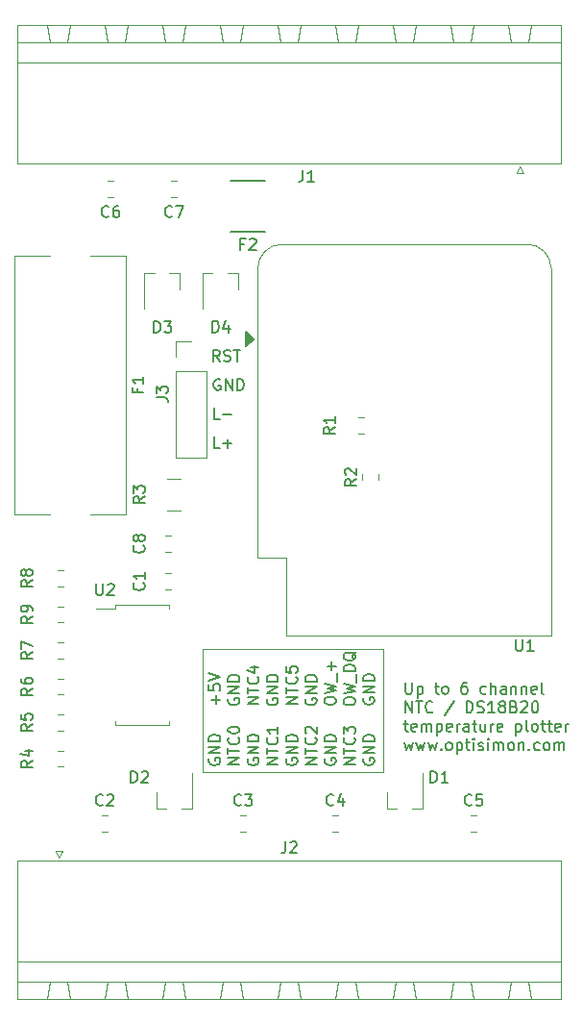
<source format=gbr>
G04 #@! TF.GenerationSoftware,KiCad,Pcbnew,5.1.5-52549c5~84~ubuntu18.04.1*
G04 #@! TF.CreationDate,2019-12-06T09:50:21+01:00*
G04 #@! TF.ProjectId,esp8266_temperature_iot,65737038-3236-4365-9f74-656d70657261,rev?*
G04 #@! TF.SameCoordinates,Original*
G04 #@! TF.FileFunction,Legend,Top*
G04 #@! TF.FilePolarity,Positive*
%FSLAX46Y46*%
G04 Gerber Fmt 4.6, Leading zero omitted, Abs format (unit mm)*
G04 Created by KiCad (PCBNEW 5.1.5-52549c5~84~ubuntu18.04.1) date 2019-12-06 09:50:21*
%MOMM*%
%LPD*%
G04 APERTURE LIST*
%ADD10C,0.120000*%
%ADD11C,0.150000*%
%ADD12C,0.200000*%
G04 APERTURE END LIST*
D10*
X68580000Y-139065000D02*
X68580000Y-149860000D01*
X84455000Y-149860000D02*
X68580000Y-149860000D01*
X84455000Y-139065000D02*
X84455000Y-149860000D01*
X68580000Y-139065000D02*
X84455000Y-139065000D01*
D11*
X70048476Y-121356380D02*
X69572285Y-121356380D01*
X69572285Y-120356380D01*
X70381809Y-120975428D02*
X71143714Y-120975428D01*
X70762761Y-121356380D02*
X70762761Y-120594476D01*
X70048476Y-118816380D02*
X69572285Y-118816380D01*
X69572285Y-117816380D01*
X70381809Y-118435428D02*
X71143714Y-118435428D01*
X70104095Y-115324000D02*
X70008857Y-115276380D01*
X69866000Y-115276380D01*
X69723142Y-115324000D01*
X69627904Y-115419238D01*
X69580285Y-115514476D01*
X69532666Y-115704952D01*
X69532666Y-115847809D01*
X69580285Y-116038285D01*
X69627904Y-116133523D01*
X69723142Y-116228761D01*
X69866000Y-116276380D01*
X69961238Y-116276380D01*
X70104095Y-116228761D01*
X70151714Y-116181142D01*
X70151714Y-115847809D01*
X69961238Y-115847809D01*
X70580285Y-116276380D02*
X70580285Y-115276380D01*
X71151714Y-116276380D01*
X71151714Y-115276380D01*
X71627904Y-116276380D02*
X71627904Y-115276380D01*
X71866000Y-115276380D01*
X72008857Y-115324000D01*
X72104095Y-115419238D01*
X72151714Y-115514476D01*
X72199333Y-115704952D01*
X72199333Y-115847809D01*
X72151714Y-116038285D01*
X72104095Y-116133523D01*
X72008857Y-116228761D01*
X71866000Y-116276380D01*
X71627904Y-116276380D01*
X70064380Y-113736380D02*
X69731047Y-113260190D01*
X69492952Y-113736380D02*
X69492952Y-112736380D01*
X69873904Y-112736380D01*
X69969142Y-112784000D01*
X70016761Y-112831619D01*
X70064380Y-112926857D01*
X70064380Y-113069714D01*
X70016761Y-113164952D01*
X69969142Y-113212571D01*
X69873904Y-113260190D01*
X69492952Y-113260190D01*
X70445333Y-113688761D02*
X70588190Y-113736380D01*
X70826285Y-113736380D01*
X70921523Y-113688761D01*
X70969142Y-113641142D01*
X71016761Y-113545904D01*
X71016761Y-113450666D01*
X70969142Y-113355428D01*
X70921523Y-113307809D01*
X70826285Y-113260190D01*
X70635809Y-113212571D01*
X70540571Y-113164952D01*
X70492952Y-113117333D01*
X70445333Y-113022095D01*
X70445333Y-112926857D01*
X70492952Y-112831619D01*
X70540571Y-112784000D01*
X70635809Y-112736380D01*
X70873904Y-112736380D01*
X71016761Y-112784000D01*
X71302476Y-112736380D02*
X71873904Y-112736380D01*
X71588190Y-113736380D02*
X71588190Y-112736380D01*
D12*
X69154000Y-148714095D02*
X69106380Y-148809333D01*
X69106380Y-148952190D01*
X69154000Y-149095047D01*
X69249238Y-149190285D01*
X69344476Y-149237904D01*
X69534952Y-149285523D01*
X69677809Y-149285523D01*
X69868285Y-149237904D01*
X69963523Y-149190285D01*
X70058761Y-149095047D01*
X70106380Y-148952190D01*
X70106380Y-148856952D01*
X70058761Y-148714095D01*
X70011142Y-148666476D01*
X69677809Y-148666476D01*
X69677809Y-148856952D01*
X70106380Y-148237904D02*
X69106380Y-148237904D01*
X70106380Y-147666476D01*
X69106380Y-147666476D01*
X70106380Y-147190285D02*
X69106380Y-147190285D01*
X69106380Y-146952190D01*
X69154000Y-146809333D01*
X69249238Y-146714095D01*
X69344476Y-146666476D01*
X69534952Y-146618857D01*
X69677809Y-146618857D01*
X69868285Y-146666476D01*
X69963523Y-146714095D01*
X70058761Y-146809333D01*
X70106380Y-146952190D01*
X70106380Y-147190285D01*
X69725428Y-143904571D02*
X69725428Y-143142666D01*
X70106380Y-143523619D02*
X69344476Y-143523619D01*
X69106380Y-142190285D02*
X69106380Y-142666476D01*
X69582571Y-142714095D01*
X69534952Y-142666476D01*
X69487333Y-142571238D01*
X69487333Y-142333142D01*
X69534952Y-142237904D01*
X69582571Y-142190285D01*
X69677809Y-142142666D01*
X69915904Y-142142666D01*
X70011142Y-142190285D01*
X70058761Y-142237904D01*
X70106380Y-142333142D01*
X70106380Y-142571238D01*
X70058761Y-142666476D01*
X70011142Y-142714095D01*
X69106380Y-141856952D02*
X70106380Y-141523619D01*
X69106380Y-141190285D01*
X71806380Y-149237904D02*
X70806380Y-149237904D01*
X71806380Y-148666476D01*
X70806380Y-148666476D01*
X70806380Y-148333142D02*
X70806380Y-147761714D01*
X71806380Y-148047428D02*
X70806380Y-148047428D01*
X71711142Y-146856952D02*
X71758761Y-146904571D01*
X71806380Y-147047428D01*
X71806380Y-147142666D01*
X71758761Y-147285523D01*
X71663523Y-147380761D01*
X71568285Y-147428380D01*
X71377809Y-147476000D01*
X71234952Y-147476000D01*
X71044476Y-147428380D01*
X70949238Y-147380761D01*
X70854000Y-147285523D01*
X70806380Y-147142666D01*
X70806380Y-147047428D01*
X70854000Y-146904571D01*
X70901619Y-146856952D01*
X70806380Y-146237904D02*
X70806380Y-146142666D01*
X70854000Y-146047428D01*
X70901619Y-145999809D01*
X70996857Y-145952190D01*
X71187333Y-145904571D01*
X71425428Y-145904571D01*
X71615904Y-145952190D01*
X71711142Y-145999809D01*
X71758761Y-146047428D01*
X71806380Y-146142666D01*
X71806380Y-146237904D01*
X71758761Y-146333142D01*
X71711142Y-146380761D01*
X71615904Y-146428380D01*
X71425428Y-146476000D01*
X71187333Y-146476000D01*
X70996857Y-146428380D01*
X70901619Y-146380761D01*
X70854000Y-146333142D01*
X70806380Y-146237904D01*
X70854000Y-143428380D02*
X70806380Y-143523619D01*
X70806380Y-143666476D01*
X70854000Y-143809333D01*
X70949238Y-143904571D01*
X71044476Y-143952190D01*
X71234952Y-143999809D01*
X71377809Y-143999809D01*
X71568285Y-143952190D01*
X71663523Y-143904571D01*
X71758761Y-143809333D01*
X71806380Y-143666476D01*
X71806380Y-143571238D01*
X71758761Y-143428380D01*
X71711142Y-143380761D01*
X71377809Y-143380761D01*
X71377809Y-143571238D01*
X71806380Y-142952190D02*
X70806380Y-142952190D01*
X71806380Y-142380761D01*
X70806380Y-142380761D01*
X71806380Y-141904571D02*
X70806380Y-141904571D01*
X70806380Y-141666476D01*
X70854000Y-141523619D01*
X70949238Y-141428380D01*
X71044476Y-141380761D01*
X71234952Y-141333142D01*
X71377809Y-141333142D01*
X71568285Y-141380761D01*
X71663523Y-141428380D01*
X71758761Y-141523619D01*
X71806380Y-141666476D01*
X71806380Y-141904571D01*
X72554000Y-148714095D02*
X72506380Y-148809333D01*
X72506380Y-148952190D01*
X72554000Y-149095047D01*
X72649238Y-149190285D01*
X72744476Y-149237904D01*
X72934952Y-149285523D01*
X73077809Y-149285523D01*
X73268285Y-149237904D01*
X73363523Y-149190285D01*
X73458761Y-149095047D01*
X73506380Y-148952190D01*
X73506380Y-148856952D01*
X73458761Y-148714095D01*
X73411142Y-148666476D01*
X73077809Y-148666476D01*
X73077809Y-148856952D01*
X73506380Y-148237904D02*
X72506380Y-148237904D01*
X73506380Y-147666476D01*
X72506380Y-147666476D01*
X73506380Y-147190285D02*
X72506380Y-147190285D01*
X72506380Y-146952190D01*
X72554000Y-146809333D01*
X72649238Y-146714095D01*
X72744476Y-146666476D01*
X72934952Y-146618857D01*
X73077809Y-146618857D01*
X73268285Y-146666476D01*
X73363523Y-146714095D01*
X73458761Y-146809333D01*
X73506380Y-146952190D01*
X73506380Y-147190285D01*
X73506380Y-143904571D02*
X72506380Y-143904571D01*
X73506380Y-143333142D01*
X72506380Y-143333142D01*
X72506380Y-142999809D02*
X72506380Y-142428380D01*
X73506380Y-142714095D02*
X72506380Y-142714095D01*
X73411142Y-141523619D02*
X73458761Y-141571238D01*
X73506380Y-141714095D01*
X73506380Y-141809333D01*
X73458761Y-141952190D01*
X73363523Y-142047428D01*
X73268285Y-142095047D01*
X73077809Y-142142666D01*
X72934952Y-142142666D01*
X72744476Y-142095047D01*
X72649238Y-142047428D01*
X72554000Y-141952190D01*
X72506380Y-141809333D01*
X72506380Y-141714095D01*
X72554000Y-141571238D01*
X72601619Y-141523619D01*
X72839714Y-140666476D02*
X73506380Y-140666476D01*
X72458761Y-140904571D02*
X73173047Y-141142666D01*
X73173047Y-140523619D01*
X75206380Y-149237904D02*
X74206380Y-149237904D01*
X75206380Y-148666476D01*
X74206380Y-148666476D01*
X74206380Y-148333142D02*
X74206380Y-147761714D01*
X75206380Y-148047428D02*
X74206380Y-148047428D01*
X75111142Y-146856952D02*
X75158761Y-146904571D01*
X75206380Y-147047428D01*
X75206380Y-147142666D01*
X75158761Y-147285523D01*
X75063523Y-147380761D01*
X74968285Y-147428380D01*
X74777809Y-147476000D01*
X74634952Y-147476000D01*
X74444476Y-147428380D01*
X74349238Y-147380761D01*
X74254000Y-147285523D01*
X74206380Y-147142666D01*
X74206380Y-147047428D01*
X74254000Y-146904571D01*
X74301619Y-146856952D01*
X75206380Y-145904571D02*
X75206380Y-146476000D01*
X75206380Y-146190285D02*
X74206380Y-146190285D01*
X74349238Y-146285523D01*
X74444476Y-146380761D01*
X74492095Y-146476000D01*
X74254000Y-143428380D02*
X74206380Y-143523619D01*
X74206380Y-143666476D01*
X74254000Y-143809333D01*
X74349238Y-143904571D01*
X74444476Y-143952190D01*
X74634952Y-143999809D01*
X74777809Y-143999809D01*
X74968285Y-143952190D01*
X75063523Y-143904571D01*
X75158761Y-143809333D01*
X75206380Y-143666476D01*
X75206380Y-143571238D01*
X75158761Y-143428380D01*
X75111142Y-143380761D01*
X74777809Y-143380761D01*
X74777809Y-143571238D01*
X75206380Y-142952190D02*
X74206380Y-142952190D01*
X75206380Y-142380761D01*
X74206380Y-142380761D01*
X75206380Y-141904571D02*
X74206380Y-141904571D01*
X74206380Y-141666476D01*
X74254000Y-141523619D01*
X74349238Y-141428380D01*
X74444476Y-141380761D01*
X74634952Y-141333142D01*
X74777809Y-141333142D01*
X74968285Y-141380761D01*
X75063523Y-141428380D01*
X75158761Y-141523619D01*
X75206380Y-141666476D01*
X75206380Y-141904571D01*
X75954000Y-148714095D02*
X75906380Y-148809333D01*
X75906380Y-148952190D01*
X75954000Y-149095047D01*
X76049238Y-149190285D01*
X76144476Y-149237904D01*
X76334952Y-149285523D01*
X76477809Y-149285523D01*
X76668285Y-149237904D01*
X76763523Y-149190285D01*
X76858761Y-149095047D01*
X76906380Y-148952190D01*
X76906380Y-148856952D01*
X76858761Y-148714095D01*
X76811142Y-148666476D01*
X76477809Y-148666476D01*
X76477809Y-148856952D01*
X76906380Y-148237904D02*
X75906380Y-148237904D01*
X76906380Y-147666476D01*
X75906380Y-147666476D01*
X76906380Y-147190285D02*
X75906380Y-147190285D01*
X75906380Y-146952190D01*
X75954000Y-146809333D01*
X76049238Y-146714095D01*
X76144476Y-146666476D01*
X76334952Y-146618857D01*
X76477809Y-146618857D01*
X76668285Y-146666476D01*
X76763523Y-146714095D01*
X76858761Y-146809333D01*
X76906380Y-146952190D01*
X76906380Y-147190285D01*
X76906380Y-143904571D02*
X75906380Y-143904571D01*
X76906380Y-143333142D01*
X75906380Y-143333142D01*
X75906380Y-142999809D02*
X75906380Y-142428380D01*
X76906380Y-142714095D02*
X75906380Y-142714095D01*
X76811142Y-141523619D02*
X76858761Y-141571238D01*
X76906380Y-141714095D01*
X76906380Y-141809333D01*
X76858761Y-141952190D01*
X76763523Y-142047428D01*
X76668285Y-142095047D01*
X76477809Y-142142666D01*
X76334952Y-142142666D01*
X76144476Y-142095047D01*
X76049238Y-142047428D01*
X75954000Y-141952190D01*
X75906380Y-141809333D01*
X75906380Y-141714095D01*
X75954000Y-141571238D01*
X76001619Y-141523619D01*
X75906380Y-140618857D02*
X75906380Y-141095047D01*
X76382571Y-141142666D01*
X76334952Y-141095047D01*
X76287333Y-140999809D01*
X76287333Y-140761714D01*
X76334952Y-140666476D01*
X76382571Y-140618857D01*
X76477809Y-140571238D01*
X76715904Y-140571238D01*
X76811142Y-140618857D01*
X76858761Y-140666476D01*
X76906380Y-140761714D01*
X76906380Y-140999809D01*
X76858761Y-141095047D01*
X76811142Y-141142666D01*
X78606380Y-149237904D02*
X77606380Y-149237904D01*
X78606380Y-148666476D01*
X77606380Y-148666476D01*
X77606380Y-148333142D02*
X77606380Y-147761714D01*
X78606380Y-148047428D02*
X77606380Y-148047428D01*
X78511142Y-146856952D02*
X78558761Y-146904571D01*
X78606380Y-147047428D01*
X78606380Y-147142666D01*
X78558761Y-147285523D01*
X78463523Y-147380761D01*
X78368285Y-147428380D01*
X78177809Y-147476000D01*
X78034952Y-147476000D01*
X77844476Y-147428380D01*
X77749238Y-147380761D01*
X77654000Y-147285523D01*
X77606380Y-147142666D01*
X77606380Y-147047428D01*
X77654000Y-146904571D01*
X77701619Y-146856952D01*
X77701619Y-146476000D02*
X77654000Y-146428380D01*
X77606380Y-146333142D01*
X77606380Y-146095047D01*
X77654000Y-145999809D01*
X77701619Y-145952190D01*
X77796857Y-145904571D01*
X77892095Y-145904571D01*
X78034952Y-145952190D01*
X78606380Y-146523619D01*
X78606380Y-145904571D01*
X77654000Y-143428380D02*
X77606380Y-143523619D01*
X77606380Y-143666476D01*
X77654000Y-143809333D01*
X77749238Y-143904571D01*
X77844476Y-143952190D01*
X78034952Y-143999809D01*
X78177809Y-143999809D01*
X78368285Y-143952190D01*
X78463523Y-143904571D01*
X78558761Y-143809333D01*
X78606380Y-143666476D01*
X78606380Y-143571238D01*
X78558761Y-143428380D01*
X78511142Y-143380761D01*
X78177809Y-143380761D01*
X78177809Y-143571238D01*
X78606380Y-142952190D02*
X77606380Y-142952190D01*
X78606380Y-142380761D01*
X77606380Y-142380761D01*
X78606380Y-141904571D02*
X77606380Y-141904571D01*
X77606380Y-141666476D01*
X77654000Y-141523619D01*
X77749238Y-141428380D01*
X77844476Y-141380761D01*
X78034952Y-141333142D01*
X78177809Y-141333142D01*
X78368285Y-141380761D01*
X78463523Y-141428380D01*
X78558761Y-141523619D01*
X78606380Y-141666476D01*
X78606380Y-141904571D01*
X79354000Y-148714095D02*
X79306380Y-148809333D01*
X79306380Y-148952190D01*
X79354000Y-149095047D01*
X79449238Y-149190285D01*
X79544476Y-149237904D01*
X79734952Y-149285523D01*
X79877809Y-149285523D01*
X80068285Y-149237904D01*
X80163523Y-149190285D01*
X80258761Y-149095047D01*
X80306380Y-148952190D01*
X80306380Y-148856952D01*
X80258761Y-148714095D01*
X80211142Y-148666476D01*
X79877809Y-148666476D01*
X79877809Y-148856952D01*
X80306380Y-148237904D02*
X79306380Y-148237904D01*
X80306380Y-147666476D01*
X79306380Y-147666476D01*
X80306380Y-147190285D02*
X79306380Y-147190285D01*
X79306380Y-146952190D01*
X79354000Y-146809333D01*
X79449238Y-146714095D01*
X79544476Y-146666476D01*
X79734952Y-146618857D01*
X79877809Y-146618857D01*
X80068285Y-146666476D01*
X80163523Y-146714095D01*
X80258761Y-146809333D01*
X80306380Y-146952190D01*
X80306380Y-147190285D01*
X79306380Y-143714095D02*
X79306380Y-143523619D01*
X79354000Y-143428380D01*
X79449238Y-143333142D01*
X79639714Y-143285523D01*
X79973047Y-143285523D01*
X80163523Y-143333142D01*
X80258761Y-143428380D01*
X80306380Y-143523619D01*
X80306380Y-143714095D01*
X80258761Y-143809333D01*
X80163523Y-143904571D01*
X79973047Y-143952190D01*
X79639714Y-143952190D01*
X79449238Y-143904571D01*
X79354000Y-143809333D01*
X79306380Y-143714095D01*
X79306380Y-142952190D02*
X80306380Y-142714095D01*
X79592095Y-142523619D01*
X80306380Y-142333142D01*
X79306380Y-142095047D01*
X80401619Y-141952190D02*
X80401619Y-141190285D01*
X79925428Y-140952190D02*
X79925428Y-140190285D01*
X80306380Y-140571238D02*
X79544476Y-140571238D01*
X82006380Y-149237904D02*
X81006380Y-149237904D01*
X82006380Y-148666476D01*
X81006380Y-148666476D01*
X81006380Y-148333142D02*
X81006380Y-147761714D01*
X82006380Y-148047428D02*
X81006380Y-148047428D01*
X81911142Y-146856952D02*
X81958761Y-146904571D01*
X82006380Y-147047428D01*
X82006380Y-147142666D01*
X81958761Y-147285523D01*
X81863523Y-147380761D01*
X81768285Y-147428380D01*
X81577809Y-147476000D01*
X81434952Y-147476000D01*
X81244476Y-147428380D01*
X81149238Y-147380761D01*
X81054000Y-147285523D01*
X81006380Y-147142666D01*
X81006380Y-147047428D01*
X81054000Y-146904571D01*
X81101619Y-146856952D01*
X81006380Y-146523619D02*
X81006380Y-145904571D01*
X81387333Y-146237904D01*
X81387333Y-146095047D01*
X81434952Y-145999809D01*
X81482571Y-145952190D01*
X81577809Y-145904571D01*
X81815904Y-145904571D01*
X81911142Y-145952190D01*
X81958761Y-145999809D01*
X82006380Y-146095047D01*
X82006380Y-146380761D01*
X81958761Y-146476000D01*
X81911142Y-146523619D01*
X81006380Y-143761714D02*
X81006380Y-143571238D01*
X81054000Y-143476000D01*
X81149238Y-143380761D01*
X81339714Y-143333142D01*
X81673047Y-143333142D01*
X81863523Y-143380761D01*
X81958761Y-143476000D01*
X82006380Y-143571238D01*
X82006380Y-143761714D01*
X81958761Y-143856952D01*
X81863523Y-143952190D01*
X81673047Y-143999809D01*
X81339714Y-143999809D01*
X81149238Y-143952190D01*
X81054000Y-143856952D01*
X81006380Y-143761714D01*
X81006380Y-142999809D02*
X82006380Y-142761714D01*
X81292095Y-142571238D01*
X82006380Y-142380761D01*
X81006380Y-142142666D01*
X82101619Y-141999809D02*
X82101619Y-141237904D01*
X82006380Y-140999809D02*
X81006380Y-140999809D01*
X81006380Y-140761714D01*
X81054000Y-140618857D01*
X81149238Y-140523619D01*
X81244476Y-140476000D01*
X81434952Y-140428380D01*
X81577809Y-140428380D01*
X81768285Y-140476000D01*
X81863523Y-140523619D01*
X81958761Y-140618857D01*
X82006380Y-140761714D01*
X82006380Y-140999809D01*
X82101619Y-139333142D02*
X82054000Y-139428380D01*
X81958761Y-139523619D01*
X81815904Y-139666476D01*
X81768285Y-139761714D01*
X81768285Y-139856952D01*
X82006380Y-139809333D02*
X81958761Y-139904571D01*
X81863523Y-139999809D01*
X81673047Y-140047428D01*
X81339714Y-140047428D01*
X81149238Y-139999809D01*
X81054000Y-139904571D01*
X81006380Y-139809333D01*
X81006380Y-139618857D01*
X81054000Y-139523619D01*
X81149238Y-139428380D01*
X81339714Y-139380761D01*
X81673047Y-139380761D01*
X81863523Y-139428380D01*
X81958761Y-139523619D01*
X82006380Y-139618857D01*
X82006380Y-139809333D01*
X82754000Y-148714095D02*
X82706380Y-148809333D01*
X82706380Y-148952190D01*
X82754000Y-149095047D01*
X82849238Y-149190285D01*
X82944476Y-149237904D01*
X83134952Y-149285523D01*
X83277809Y-149285523D01*
X83468285Y-149237904D01*
X83563523Y-149190285D01*
X83658761Y-149095047D01*
X83706380Y-148952190D01*
X83706380Y-148856952D01*
X83658761Y-148714095D01*
X83611142Y-148666476D01*
X83277809Y-148666476D01*
X83277809Y-148856952D01*
X83706380Y-148237904D02*
X82706380Y-148237904D01*
X83706380Y-147666476D01*
X82706380Y-147666476D01*
X83706380Y-147190285D02*
X82706380Y-147190285D01*
X82706380Y-146952190D01*
X82754000Y-146809333D01*
X82849238Y-146714095D01*
X82944476Y-146666476D01*
X83134952Y-146618857D01*
X83277809Y-146618857D01*
X83468285Y-146666476D01*
X83563523Y-146714095D01*
X83658761Y-146809333D01*
X83706380Y-146952190D01*
X83706380Y-147190285D01*
X82754000Y-143380761D02*
X82706380Y-143476000D01*
X82706380Y-143618857D01*
X82754000Y-143761714D01*
X82849238Y-143856952D01*
X82944476Y-143904571D01*
X83134952Y-143952190D01*
X83277809Y-143952190D01*
X83468285Y-143904571D01*
X83563523Y-143856952D01*
X83658761Y-143761714D01*
X83706380Y-143618857D01*
X83706380Y-143523619D01*
X83658761Y-143380761D01*
X83611142Y-143333142D01*
X83277809Y-143333142D01*
X83277809Y-143523619D01*
X83706380Y-142904571D02*
X82706380Y-142904571D01*
X83706380Y-142333142D01*
X82706380Y-142333142D01*
X83706380Y-141856952D02*
X82706380Y-141856952D01*
X82706380Y-141618857D01*
X82754000Y-141476000D01*
X82849238Y-141380761D01*
X82944476Y-141333142D01*
X83134952Y-141285523D01*
X83277809Y-141285523D01*
X83468285Y-141333142D01*
X83563523Y-141380761D01*
X83658761Y-141476000D01*
X83706380Y-141618857D01*
X83706380Y-141856952D01*
D11*
X86441595Y-142011380D02*
X86441595Y-142820904D01*
X86489214Y-142916142D01*
X86536833Y-142963761D01*
X86632071Y-143011380D01*
X86822547Y-143011380D01*
X86917785Y-142963761D01*
X86965404Y-142916142D01*
X87013023Y-142820904D01*
X87013023Y-142011380D01*
X87489214Y-142344714D02*
X87489214Y-143344714D01*
X87489214Y-142392333D02*
X87584452Y-142344714D01*
X87774928Y-142344714D01*
X87870166Y-142392333D01*
X87917785Y-142439952D01*
X87965404Y-142535190D01*
X87965404Y-142820904D01*
X87917785Y-142916142D01*
X87870166Y-142963761D01*
X87774928Y-143011380D01*
X87584452Y-143011380D01*
X87489214Y-142963761D01*
X89013023Y-142344714D02*
X89393976Y-142344714D01*
X89155880Y-142011380D02*
X89155880Y-142868523D01*
X89203500Y-142963761D01*
X89298738Y-143011380D01*
X89393976Y-143011380D01*
X89870166Y-143011380D02*
X89774928Y-142963761D01*
X89727309Y-142916142D01*
X89679690Y-142820904D01*
X89679690Y-142535190D01*
X89727309Y-142439952D01*
X89774928Y-142392333D01*
X89870166Y-142344714D01*
X90013023Y-142344714D01*
X90108261Y-142392333D01*
X90155880Y-142439952D01*
X90203500Y-142535190D01*
X90203500Y-142820904D01*
X90155880Y-142916142D01*
X90108261Y-142963761D01*
X90013023Y-143011380D01*
X89870166Y-143011380D01*
X91822547Y-142011380D02*
X91632071Y-142011380D01*
X91536833Y-142059000D01*
X91489214Y-142106619D01*
X91393976Y-142249476D01*
X91346357Y-142439952D01*
X91346357Y-142820904D01*
X91393976Y-142916142D01*
X91441595Y-142963761D01*
X91536833Y-143011380D01*
X91727309Y-143011380D01*
X91822547Y-142963761D01*
X91870166Y-142916142D01*
X91917785Y-142820904D01*
X91917785Y-142582809D01*
X91870166Y-142487571D01*
X91822547Y-142439952D01*
X91727309Y-142392333D01*
X91536833Y-142392333D01*
X91441595Y-142439952D01*
X91393976Y-142487571D01*
X91346357Y-142582809D01*
X93536833Y-142963761D02*
X93441595Y-143011380D01*
X93251119Y-143011380D01*
X93155880Y-142963761D01*
X93108261Y-142916142D01*
X93060642Y-142820904D01*
X93060642Y-142535190D01*
X93108261Y-142439952D01*
X93155880Y-142392333D01*
X93251119Y-142344714D01*
X93441595Y-142344714D01*
X93536833Y-142392333D01*
X93965404Y-143011380D02*
X93965404Y-142011380D01*
X94393976Y-143011380D02*
X94393976Y-142487571D01*
X94346357Y-142392333D01*
X94251119Y-142344714D01*
X94108261Y-142344714D01*
X94013023Y-142392333D01*
X93965404Y-142439952D01*
X95298738Y-143011380D02*
X95298738Y-142487571D01*
X95251119Y-142392333D01*
X95155880Y-142344714D01*
X94965404Y-142344714D01*
X94870166Y-142392333D01*
X95298738Y-142963761D02*
X95203500Y-143011380D01*
X94965404Y-143011380D01*
X94870166Y-142963761D01*
X94822547Y-142868523D01*
X94822547Y-142773285D01*
X94870166Y-142678047D01*
X94965404Y-142630428D01*
X95203500Y-142630428D01*
X95298738Y-142582809D01*
X95774928Y-142344714D02*
X95774928Y-143011380D01*
X95774928Y-142439952D02*
X95822547Y-142392333D01*
X95917785Y-142344714D01*
X96060642Y-142344714D01*
X96155880Y-142392333D01*
X96203500Y-142487571D01*
X96203500Y-143011380D01*
X96679690Y-142344714D02*
X96679690Y-143011380D01*
X96679690Y-142439952D02*
X96727309Y-142392333D01*
X96822547Y-142344714D01*
X96965404Y-142344714D01*
X97060642Y-142392333D01*
X97108261Y-142487571D01*
X97108261Y-143011380D01*
X97965404Y-142963761D02*
X97870166Y-143011380D01*
X97679690Y-143011380D01*
X97584452Y-142963761D01*
X97536833Y-142868523D01*
X97536833Y-142487571D01*
X97584452Y-142392333D01*
X97679690Y-142344714D01*
X97870166Y-142344714D01*
X97965404Y-142392333D01*
X98013023Y-142487571D01*
X98013023Y-142582809D01*
X97536833Y-142678047D01*
X98584452Y-143011380D02*
X98489214Y-142963761D01*
X98441595Y-142868523D01*
X98441595Y-142011380D01*
X86441595Y-144661380D02*
X86441595Y-143661380D01*
X87013023Y-144661380D01*
X87013023Y-143661380D01*
X87346357Y-143661380D02*
X87917785Y-143661380D01*
X87632071Y-144661380D02*
X87632071Y-143661380D01*
X88822547Y-144566142D02*
X88774928Y-144613761D01*
X88632071Y-144661380D01*
X88536833Y-144661380D01*
X88393976Y-144613761D01*
X88298738Y-144518523D01*
X88251119Y-144423285D01*
X88203500Y-144232809D01*
X88203500Y-144089952D01*
X88251119Y-143899476D01*
X88298738Y-143804238D01*
X88393976Y-143709000D01*
X88536833Y-143661380D01*
X88632071Y-143661380D01*
X88774928Y-143709000D01*
X88822547Y-143756619D01*
X90727309Y-143613761D02*
X89870166Y-144899476D01*
X91822547Y-144661380D02*
X91822547Y-143661380D01*
X92060642Y-143661380D01*
X92203500Y-143709000D01*
X92298738Y-143804238D01*
X92346357Y-143899476D01*
X92393976Y-144089952D01*
X92393976Y-144232809D01*
X92346357Y-144423285D01*
X92298738Y-144518523D01*
X92203500Y-144613761D01*
X92060642Y-144661380D01*
X91822547Y-144661380D01*
X92774928Y-144613761D02*
X92917785Y-144661380D01*
X93155880Y-144661380D01*
X93251119Y-144613761D01*
X93298738Y-144566142D01*
X93346357Y-144470904D01*
X93346357Y-144375666D01*
X93298738Y-144280428D01*
X93251119Y-144232809D01*
X93155880Y-144185190D01*
X92965404Y-144137571D01*
X92870166Y-144089952D01*
X92822547Y-144042333D01*
X92774928Y-143947095D01*
X92774928Y-143851857D01*
X92822547Y-143756619D01*
X92870166Y-143709000D01*
X92965404Y-143661380D01*
X93203500Y-143661380D01*
X93346357Y-143709000D01*
X94298738Y-144661380D02*
X93727309Y-144661380D01*
X94013023Y-144661380D02*
X94013023Y-143661380D01*
X93917785Y-143804238D01*
X93822547Y-143899476D01*
X93727309Y-143947095D01*
X94870166Y-144089952D02*
X94774928Y-144042333D01*
X94727309Y-143994714D01*
X94679690Y-143899476D01*
X94679690Y-143851857D01*
X94727309Y-143756619D01*
X94774928Y-143709000D01*
X94870166Y-143661380D01*
X95060642Y-143661380D01*
X95155880Y-143709000D01*
X95203500Y-143756619D01*
X95251119Y-143851857D01*
X95251119Y-143899476D01*
X95203500Y-143994714D01*
X95155880Y-144042333D01*
X95060642Y-144089952D01*
X94870166Y-144089952D01*
X94774928Y-144137571D01*
X94727309Y-144185190D01*
X94679690Y-144280428D01*
X94679690Y-144470904D01*
X94727309Y-144566142D01*
X94774928Y-144613761D01*
X94870166Y-144661380D01*
X95060642Y-144661380D01*
X95155880Y-144613761D01*
X95203500Y-144566142D01*
X95251119Y-144470904D01*
X95251119Y-144280428D01*
X95203500Y-144185190D01*
X95155880Y-144137571D01*
X95060642Y-144089952D01*
X96013023Y-144137571D02*
X96155880Y-144185190D01*
X96203500Y-144232809D01*
X96251119Y-144328047D01*
X96251119Y-144470904D01*
X96203500Y-144566142D01*
X96155880Y-144613761D01*
X96060642Y-144661380D01*
X95679690Y-144661380D01*
X95679690Y-143661380D01*
X96013023Y-143661380D01*
X96108261Y-143709000D01*
X96155880Y-143756619D01*
X96203500Y-143851857D01*
X96203500Y-143947095D01*
X96155880Y-144042333D01*
X96108261Y-144089952D01*
X96013023Y-144137571D01*
X95679690Y-144137571D01*
X96632071Y-143756619D02*
X96679690Y-143709000D01*
X96774928Y-143661380D01*
X97013023Y-143661380D01*
X97108261Y-143709000D01*
X97155880Y-143756619D01*
X97203500Y-143851857D01*
X97203500Y-143947095D01*
X97155880Y-144089952D01*
X96584452Y-144661380D01*
X97203500Y-144661380D01*
X97822547Y-143661380D02*
X97917785Y-143661380D01*
X98013023Y-143709000D01*
X98060642Y-143756619D01*
X98108261Y-143851857D01*
X98155880Y-144042333D01*
X98155880Y-144280428D01*
X98108261Y-144470904D01*
X98060642Y-144566142D01*
X98013023Y-144613761D01*
X97917785Y-144661380D01*
X97822547Y-144661380D01*
X97727309Y-144613761D01*
X97679690Y-144566142D01*
X97632071Y-144470904D01*
X97584452Y-144280428D01*
X97584452Y-144042333D01*
X97632071Y-143851857D01*
X97679690Y-143756619D01*
X97727309Y-143709000D01*
X97822547Y-143661380D01*
X86298738Y-145644714D02*
X86679690Y-145644714D01*
X86441595Y-145311380D02*
X86441595Y-146168523D01*
X86489214Y-146263761D01*
X86584452Y-146311380D01*
X86679690Y-146311380D01*
X87393976Y-146263761D02*
X87298738Y-146311380D01*
X87108261Y-146311380D01*
X87013023Y-146263761D01*
X86965404Y-146168523D01*
X86965404Y-145787571D01*
X87013023Y-145692333D01*
X87108261Y-145644714D01*
X87298738Y-145644714D01*
X87393976Y-145692333D01*
X87441595Y-145787571D01*
X87441595Y-145882809D01*
X86965404Y-145978047D01*
X87870166Y-146311380D02*
X87870166Y-145644714D01*
X87870166Y-145739952D02*
X87917785Y-145692333D01*
X88013023Y-145644714D01*
X88155880Y-145644714D01*
X88251119Y-145692333D01*
X88298738Y-145787571D01*
X88298738Y-146311380D01*
X88298738Y-145787571D02*
X88346357Y-145692333D01*
X88441595Y-145644714D01*
X88584452Y-145644714D01*
X88679690Y-145692333D01*
X88727309Y-145787571D01*
X88727309Y-146311380D01*
X89203500Y-145644714D02*
X89203500Y-146644714D01*
X89203500Y-145692333D02*
X89298738Y-145644714D01*
X89489214Y-145644714D01*
X89584452Y-145692333D01*
X89632071Y-145739952D01*
X89679690Y-145835190D01*
X89679690Y-146120904D01*
X89632071Y-146216142D01*
X89584452Y-146263761D01*
X89489214Y-146311380D01*
X89298738Y-146311380D01*
X89203500Y-146263761D01*
X90489214Y-146263761D02*
X90393976Y-146311380D01*
X90203500Y-146311380D01*
X90108261Y-146263761D01*
X90060642Y-146168523D01*
X90060642Y-145787571D01*
X90108261Y-145692333D01*
X90203500Y-145644714D01*
X90393976Y-145644714D01*
X90489214Y-145692333D01*
X90536833Y-145787571D01*
X90536833Y-145882809D01*
X90060642Y-145978047D01*
X90965404Y-146311380D02*
X90965404Y-145644714D01*
X90965404Y-145835190D02*
X91013023Y-145739952D01*
X91060642Y-145692333D01*
X91155880Y-145644714D01*
X91251119Y-145644714D01*
X92013023Y-146311380D02*
X92013023Y-145787571D01*
X91965404Y-145692333D01*
X91870166Y-145644714D01*
X91679690Y-145644714D01*
X91584452Y-145692333D01*
X92013023Y-146263761D02*
X91917785Y-146311380D01*
X91679690Y-146311380D01*
X91584452Y-146263761D01*
X91536833Y-146168523D01*
X91536833Y-146073285D01*
X91584452Y-145978047D01*
X91679690Y-145930428D01*
X91917785Y-145930428D01*
X92013023Y-145882809D01*
X92346357Y-145644714D02*
X92727309Y-145644714D01*
X92489214Y-145311380D02*
X92489214Y-146168523D01*
X92536833Y-146263761D01*
X92632071Y-146311380D01*
X92727309Y-146311380D01*
X93489214Y-145644714D02*
X93489214Y-146311380D01*
X93060642Y-145644714D02*
X93060642Y-146168523D01*
X93108261Y-146263761D01*
X93203500Y-146311380D01*
X93346357Y-146311380D01*
X93441595Y-146263761D01*
X93489214Y-146216142D01*
X93965404Y-146311380D02*
X93965404Y-145644714D01*
X93965404Y-145835190D02*
X94013023Y-145739952D01*
X94060642Y-145692333D01*
X94155880Y-145644714D01*
X94251119Y-145644714D01*
X94965404Y-146263761D02*
X94870166Y-146311380D01*
X94679690Y-146311380D01*
X94584452Y-146263761D01*
X94536833Y-146168523D01*
X94536833Y-145787571D01*
X94584452Y-145692333D01*
X94679690Y-145644714D01*
X94870166Y-145644714D01*
X94965404Y-145692333D01*
X95013023Y-145787571D01*
X95013023Y-145882809D01*
X94536833Y-145978047D01*
X96203500Y-145644714D02*
X96203500Y-146644714D01*
X96203500Y-145692333D02*
X96298738Y-145644714D01*
X96489214Y-145644714D01*
X96584452Y-145692333D01*
X96632071Y-145739952D01*
X96679690Y-145835190D01*
X96679690Y-146120904D01*
X96632071Y-146216142D01*
X96584452Y-146263761D01*
X96489214Y-146311380D01*
X96298738Y-146311380D01*
X96203500Y-146263761D01*
X97251119Y-146311380D02*
X97155880Y-146263761D01*
X97108261Y-146168523D01*
X97108261Y-145311380D01*
X97774928Y-146311380D02*
X97679690Y-146263761D01*
X97632071Y-146216142D01*
X97584452Y-146120904D01*
X97584452Y-145835190D01*
X97632071Y-145739952D01*
X97679690Y-145692333D01*
X97774928Y-145644714D01*
X97917785Y-145644714D01*
X98013023Y-145692333D01*
X98060642Y-145739952D01*
X98108261Y-145835190D01*
X98108261Y-146120904D01*
X98060642Y-146216142D01*
X98013023Y-146263761D01*
X97917785Y-146311380D01*
X97774928Y-146311380D01*
X98393976Y-145644714D02*
X98774928Y-145644714D01*
X98536833Y-145311380D02*
X98536833Y-146168523D01*
X98584452Y-146263761D01*
X98679690Y-146311380D01*
X98774928Y-146311380D01*
X98965404Y-145644714D02*
X99346357Y-145644714D01*
X99108261Y-145311380D02*
X99108261Y-146168523D01*
X99155880Y-146263761D01*
X99251119Y-146311380D01*
X99346357Y-146311380D01*
X100060642Y-146263761D02*
X99965404Y-146311380D01*
X99774928Y-146311380D01*
X99679690Y-146263761D01*
X99632071Y-146168523D01*
X99632071Y-145787571D01*
X99679690Y-145692333D01*
X99774928Y-145644714D01*
X99965404Y-145644714D01*
X100060642Y-145692333D01*
X100108261Y-145787571D01*
X100108261Y-145882809D01*
X99632071Y-145978047D01*
X100536833Y-146311380D02*
X100536833Y-145644714D01*
X100536833Y-145835190D02*
X100584452Y-145739952D01*
X100632071Y-145692333D01*
X100727309Y-145644714D01*
X100822547Y-145644714D01*
X86346357Y-147294714D02*
X86536833Y-147961380D01*
X86727309Y-147485190D01*
X86917785Y-147961380D01*
X87108261Y-147294714D01*
X87393976Y-147294714D02*
X87584452Y-147961380D01*
X87774928Y-147485190D01*
X87965404Y-147961380D01*
X88155880Y-147294714D01*
X88441595Y-147294714D02*
X88632071Y-147961380D01*
X88822547Y-147485190D01*
X89013023Y-147961380D01*
X89203500Y-147294714D01*
X89584452Y-147866142D02*
X89632071Y-147913761D01*
X89584452Y-147961380D01*
X89536833Y-147913761D01*
X89584452Y-147866142D01*
X89584452Y-147961380D01*
X90203500Y-147961380D02*
X90108261Y-147913761D01*
X90060642Y-147866142D01*
X90013023Y-147770904D01*
X90013023Y-147485190D01*
X90060642Y-147389952D01*
X90108261Y-147342333D01*
X90203500Y-147294714D01*
X90346357Y-147294714D01*
X90441595Y-147342333D01*
X90489214Y-147389952D01*
X90536833Y-147485190D01*
X90536833Y-147770904D01*
X90489214Y-147866142D01*
X90441595Y-147913761D01*
X90346357Y-147961380D01*
X90203500Y-147961380D01*
X90965404Y-147294714D02*
X90965404Y-148294714D01*
X90965404Y-147342333D02*
X91060642Y-147294714D01*
X91251119Y-147294714D01*
X91346357Y-147342333D01*
X91393976Y-147389952D01*
X91441595Y-147485190D01*
X91441595Y-147770904D01*
X91393976Y-147866142D01*
X91346357Y-147913761D01*
X91251119Y-147961380D01*
X91060642Y-147961380D01*
X90965404Y-147913761D01*
X91727309Y-147294714D02*
X92108261Y-147294714D01*
X91870166Y-146961380D02*
X91870166Y-147818523D01*
X91917785Y-147913761D01*
X92013023Y-147961380D01*
X92108261Y-147961380D01*
X92441595Y-147961380D02*
X92441595Y-147294714D01*
X92441595Y-146961380D02*
X92393976Y-147009000D01*
X92441595Y-147056619D01*
X92489214Y-147009000D01*
X92441595Y-146961380D01*
X92441595Y-147056619D01*
X92870166Y-147913761D02*
X92965404Y-147961380D01*
X93155880Y-147961380D01*
X93251119Y-147913761D01*
X93298738Y-147818523D01*
X93298738Y-147770904D01*
X93251119Y-147675666D01*
X93155880Y-147628047D01*
X93013023Y-147628047D01*
X92917785Y-147580428D01*
X92870166Y-147485190D01*
X92870166Y-147437571D01*
X92917785Y-147342333D01*
X93013023Y-147294714D01*
X93155880Y-147294714D01*
X93251119Y-147342333D01*
X93727309Y-147961380D02*
X93727309Y-147294714D01*
X93727309Y-146961380D02*
X93679690Y-147009000D01*
X93727309Y-147056619D01*
X93774928Y-147009000D01*
X93727309Y-146961380D01*
X93727309Y-147056619D01*
X94203500Y-147961380D02*
X94203500Y-147294714D01*
X94203500Y-147389952D02*
X94251119Y-147342333D01*
X94346357Y-147294714D01*
X94489214Y-147294714D01*
X94584452Y-147342333D01*
X94632071Y-147437571D01*
X94632071Y-147961380D01*
X94632071Y-147437571D02*
X94679690Y-147342333D01*
X94774928Y-147294714D01*
X94917785Y-147294714D01*
X95013023Y-147342333D01*
X95060642Y-147437571D01*
X95060642Y-147961380D01*
X95679690Y-147961380D02*
X95584452Y-147913761D01*
X95536833Y-147866142D01*
X95489214Y-147770904D01*
X95489214Y-147485190D01*
X95536833Y-147389952D01*
X95584452Y-147342333D01*
X95679690Y-147294714D01*
X95822547Y-147294714D01*
X95917785Y-147342333D01*
X95965404Y-147389952D01*
X96013023Y-147485190D01*
X96013023Y-147770904D01*
X95965404Y-147866142D01*
X95917785Y-147913761D01*
X95822547Y-147961380D01*
X95679690Y-147961380D01*
X96441595Y-147294714D02*
X96441595Y-147961380D01*
X96441595Y-147389952D02*
X96489214Y-147342333D01*
X96584452Y-147294714D01*
X96727309Y-147294714D01*
X96822547Y-147342333D01*
X96870166Y-147437571D01*
X96870166Y-147961380D01*
X97346357Y-147866142D02*
X97393976Y-147913761D01*
X97346357Y-147961380D01*
X97298738Y-147913761D01*
X97346357Y-147866142D01*
X97346357Y-147961380D01*
X98251119Y-147913761D02*
X98155880Y-147961380D01*
X97965404Y-147961380D01*
X97870166Y-147913761D01*
X97822547Y-147866142D01*
X97774928Y-147770904D01*
X97774928Y-147485190D01*
X97822547Y-147389952D01*
X97870166Y-147342333D01*
X97965404Y-147294714D01*
X98155880Y-147294714D01*
X98251119Y-147342333D01*
X98822547Y-147961380D02*
X98727309Y-147913761D01*
X98679690Y-147866142D01*
X98632071Y-147770904D01*
X98632071Y-147485190D01*
X98679690Y-147389952D01*
X98727309Y-147342333D01*
X98822547Y-147294714D01*
X98965404Y-147294714D01*
X99060642Y-147342333D01*
X99108261Y-147389952D01*
X99155880Y-147485190D01*
X99155880Y-147770904D01*
X99108261Y-147866142D01*
X99060642Y-147913761D01*
X98965404Y-147961380D01*
X98822547Y-147961380D01*
X99584452Y-147961380D02*
X99584452Y-147294714D01*
X99584452Y-147389952D02*
X99632071Y-147342333D01*
X99727309Y-147294714D01*
X99870166Y-147294714D01*
X99965404Y-147342333D01*
X100013023Y-147437571D01*
X100013023Y-147961380D01*
X100013023Y-147437571D02*
X100060642Y-147342333D01*
X100155880Y-147294714D01*
X100298738Y-147294714D01*
X100393976Y-147342333D01*
X100441595Y-147437571D01*
X100441595Y-147961380D01*
D10*
X66234000Y-111954000D02*
X67564000Y-111954000D01*
X66234000Y-113284000D02*
X66234000Y-111954000D01*
X66234000Y-114554000D02*
X68894000Y-114554000D01*
X68894000Y-114554000D02*
X68894000Y-122234000D01*
X66234000Y-114554000D02*
X66234000Y-122234000D01*
X66234000Y-122234000D02*
X68894000Y-122234000D01*
X66605564Y-124116000D02*
X65401436Y-124116000D01*
X66605564Y-126836000D02*
X65401436Y-126836000D01*
D12*
X74054000Y-97861000D02*
X71054000Y-97861000D01*
X74054000Y-102291000D02*
X71054000Y-102291000D01*
D10*
X65787748Y-99262000D02*
X66310252Y-99262000D01*
X65787748Y-97842000D02*
X66310252Y-97842000D01*
X84022000Y-124204252D02*
X84022000Y-123681748D01*
X82602000Y-124204252D02*
X82602000Y-123681748D01*
X60199748Y-99262000D02*
X60722252Y-99262000D01*
X60199748Y-97842000D02*
X60722252Y-97842000D01*
X55754748Y-136727000D02*
X56277252Y-136727000D01*
X55754748Y-135307000D02*
X56277252Y-135307000D01*
X82811252Y-118670000D02*
X82288748Y-118670000D01*
X82811252Y-120090000D02*
X82288748Y-120090000D01*
X55754748Y-133552000D02*
X56277252Y-133552000D01*
X55754748Y-132132000D02*
X56277252Y-132132000D01*
X71684000Y-105920000D02*
X71684000Y-107380000D01*
X68524000Y-105920000D02*
X68524000Y-109080000D01*
X68524000Y-105920000D02*
X69454000Y-105920000D01*
X71684000Y-105920000D02*
X70754000Y-105920000D01*
X66538000Y-105944000D02*
X66538000Y-107404000D01*
X63378000Y-105944000D02*
X63378000Y-109104000D01*
X63378000Y-105944000D02*
X64308000Y-105944000D01*
X66538000Y-105944000D02*
X65608000Y-105944000D01*
X64460000Y-153160000D02*
X64460000Y-151700000D01*
X67620000Y-153160000D02*
X67620000Y-150000000D01*
X67620000Y-153160000D02*
X66690000Y-153160000D01*
X64460000Y-153160000D02*
X65390000Y-153160000D01*
X84780000Y-153160000D02*
X84780000Y-151700000D01*
X87940000Y-153160000D02*
X87940000Y-150000000D01*
X87940000Y-153160000D02*
X87010000Y-153160000D01*
X84780000Y-153160000D02*
X85710000Y-153160000D01*
X55754748Y-139902000D02*
X56277252Y-139902000D01*
X55754748Y-138482000D02*
X56277252Y-138482000D01*
X55754748Y-143077000D02*
X56277252Y-143077000D01*
X55754748Y-141657000D02*
X56277252Y-141657000D01*
X55754748Y-146252000D02*
X56277252Y-146252000D01*
X55754748Y-144832000D02*
X56277252Y-144832000D01*
X55754748Y-149427000D02*
X56277252Y-149427000D01*
X55754748Y-148007000D02*
X56277252Y-148007000D01*
X65270748Y-130504000D02*
X65793252Y-130504000D01*
X65270748Y-129084000D02*
X65793252Y-129084000D01*
X92708252Y-153722000D02*
X92185748Y-153722000D01*
X92708252Y-155142000D02*
X92185748Y-155142000D01*
X80011748Y-155142000D02*
X80534252Y-155142000D01*
X80011748Y-153722000D02*
X80534252Y-153722000D01*
X72388252Y-153722000D02*
X71865748Y-153722000D01*
X72388252Y-155142000D02*
X71865748Y-155142000D01*
X59682748Y-155142000D02*
X60205252Y-155142000D01*
X59682748Y-153722000D02*
X60205252Y-153722000D01*
X65279748Y-133806000D02*
X65802252Y-133806000D01*
X65279748Y-132386000D02*
X65802252Y-132386000D01*
X51986000Y-127184000D02*
X55146000Y-127184000D01*
X58646000Y-127184000D02*
X61806000Y-127184000D01*
X58646000Y-104464000D02*
X61806000Y-104464000D01*
X61806000Y-104464000D02*
X61806000Y-127184000D01*
X51986000Y-104464000D02*
X51986000Y-127184000D01*
X51986000Y-104464000D02*
X55146000Y-104464000D01*
X75970000Y-137880000D02*
X99290000Y-137880000D01*
X73430000Y-130980000D02*
X73430000Y-105550000D01*
X99290000Y-137880000D02*
X99290000Y-105550000D01*
X97170000Y-103420000D02*
X75560000Y-103420000D01*
D11*
G36*
X72390000Y-111125000D02*
G01*
X72390000Y-112395000D01*
X73025000Y-111760000D01*
X72390000Y-111125000D01*
G37*
X72390000Y-111125000D02*
X72390000Y-112395000D01*
X73025000Y-111760000D01*
X72390000Y-111125000D01*
D10*
X73430000Y-130980000D02*
X75970000Y-130980000D01*
X75970000Y-130980000D02*
X75970000Y-137880000D01*
X73430000Y-105550000D02*
G75*
G02X75560000Y-103420000I2130000J0D01*
G01*
X97160000Y-103420000D02*
G75*
G02X99290000Y-105550000I0J-2130000D01*
G01*
X63246000Y-145722000D02*
X65631000Y-145722000D01*
X65631000Y-145722000D02*
X65631000Y-145442000D01*
X63246000Y-145722000D02*
X60861000Y-145722000D01*
X60861000Y-145722000D02*
X60861000Y-145442000D01*
X63246000Y-135202000D02*
X65631000Y-135202000D01*
X65631000Y-135202000D02*
X65631000Y-135482000D01*
X63246000Y-135202000D02*
X60861000Y-135202000D01*
X60861000Y-135202000D02*
X60861000Y-135482000D01*
X60861000Y-135482000D02*
X59196000Y-135482000D01*
X100170000Y-96344000D02*
X100170000Y-84124000D01*
X100170000Y-84124000D02*
X52230000Y-84124000D01*
X52230000Y-84124000D02*
X52230000Y-96344000D01*
X52230000Y-96344000D02*
X100170000Y-96344000D01*
X100170000Y-85624000D02*
X100170000Y-87424000D01*
X100170000Y-87424000D02*
X52230000Y-87424000D01*
X52230000Y-87424000D02*
X52230000Y-85624000D01*
X52230000Y-85624000D02*
X100170000Y-85624000D01*
X97520000Y-84124000D02*
X95520000Y-84124000D01*
X95520000Y-84124000D02*
X95770000Y-85624000D01*
X95770000Y-85624000D02*
X97270000Y-85624000D01*
X97270000Y-85624000D02*
X97520000Y-84124000D01*
X92440000Y-84124000D02*
X90440000Y-84124000D01*
X90440000Y-84124000D02*
X90690000Y-85624000D01*
X90690000Y-85624000D02*
X92190000Y-85624000D01*
X92190000Y-85624000D02*
X92440000Y-84124000D01*
X87360000Y-84124000D02*
X85360000Y-84124000D01*
X85360000Y-84124000D02*
X85610000Y-85624000D01*
X85610000Y-85624000D02*
X87110000Y-85624000D01*
X87110000Y-85624000D02*
X87360000Y-84124000D01*
X82280000Y-84124000D02*
X80280000Y-84124000D01*
X80280000Y-84124000D02*
X80530000Y-85624000D01*
X80530000Y-85624000D02*
X82030000Y-85624000D01*
X82030000Y-85624000D02*
X82280000Y-84124000D01*
X77200000Y-84124000D02*
X75200000Y-84124000D01*
X75200000Y-84124000D02*
X75450000Y-85624000D01*
X75450000Y-85624000D02*
X76950000Y-85624000D01*
X76950000Y-85624000D02*
X77200000Y-84124000D01*
X72120000Y-84124000D02*
X70120000Y-84124000D01*
X70120000Y-84124000D02*
X70370000Y-85624000D01*
X70370000Y-85624000D02*
X71870000Y-85624000D01*
X71870000Y-85624000D02*
X72120000Y-84124000D01*
X67040000Y-84124000D02*
X65040000Y-84124000D01*
X65040000Y-84124000D02*
X65290000Y-85624000D01*
X65290000Y-85624000D02*
X66790000Y-85624000D01*
X66790000Y-85624000D02*
X67040000Y-84124000D01*
X61960000Y-84124000D02*
X59960000Y-84124000D01*
X59960000Y-84124000D02*
X60210000Y-85624000D01*
X60210000Y-85624000D02*
X61710000Y-85624000D01*
X61710000Y-85624000D02*
X61960000Y-84124000D01*
X56880000Y-84124000D02*
X54880000Y-84124000D01*
X54880000Y-84124000D02*
X55130000Y-85624000D01*
X55130000Y-85624000D02*
X56630000Y-85624000D01*
X56630000Y-85624000D02*
X56880000Y-84124000D01*
X96220000Y-97144000D02*
X96520000Y-96544000D01*
X96520000Y-96544000D02*
X96820000Y-97144000D01*
X96820000Y-97144000D02*
X96220000Y-97144000D01*
X55580000Y-156856000D02*
X56180000Y-156856000D01*
X55880000Y-157456000D02*
X55580000Y-156856000D01*
X56180000Y-156856000D02*
X55880000Y-157456000D01*
X95770000Y-168376000D02*
X95520000Y-169876000D01*
X97270000Y-168376000D02*
X95770000Y-168376000D01*
X97520000Y-169876000D02*
X97270000Y-168376000D01*
X95520000Y-169876000D02*
X97520000Y-169876000D01*
X90690000Y-168376000D02*
X90440000Y-169876000D01*
X92190000Y-168376000D02*
X90690000Y-168376000D01*
X92440000Y-169876000D02*
X92190000Y-168376000D01*
X90440000Y-169876000D02*
X92440000Y-169876000D01*
X85610000Y-168376000D02*
X85360000Y-169876000D01*
X87110000Y-168376000D02*
X85610000Y-168376000D01*
X87360000Y-169876000D02*
X87110000Y-168376000D01*
X85360000Y-169876000D02*
X87360000Y-169876000D01*
X80530000Y-168376000D02*
X80280000Y-169876000D01*
X82030000Y-168376000D02*
X80530000Y-168376000D01*
X82280000Y-169876000D02*
X82030000Y-168376000D01*
X80280000Y-169876000D02*
X82280000Y-169876000D01*
X75450000Y-168376000D02*
X75200000Y-169876000D01*
X76950000Y-168376000D02*
X75450000Y-168376000D01*
X77200000Y-169876000D02*
X76950000Y-168376000D01*
X75200000Y-169876000D02*
X77200000Y-169876000D01*
X70370000Y-168376000D02*
X70120000Y-169876000D01*
X71870000Y-168376000D02*
X70370000Y-168376000D01*
X72120000Y-169876000D02*
X71870000Y-168376000D01*
X70120000Y-169876000D02*
X72120000Y-169876000D01*
X65290000Y-168376000D02*
X65040000Y-169876000D01*
X66790000Y-168376000D02*
X65290000Y-168376000D01*
X67040000Y-169876000D02*
X66790000Y-168376000D01*
X65040000Y-169876000D02*
X67040000Y-169876000D01*
X60210000Y-168376000D02*
X59960000Y-169876000D01*
X61710000Y-168376000D02*
X60210000Y-168376000D01*
X61960000Y-169876000D02*
X61710000Y-168376000D01*
X59960000Y-169876000D02*
X61960000Y-169876000D01*
X55130000Y-168376000D02*
X54880000Y-169876000D01*
X56630000Y-168376000D02*
X55130000Y-168376000D01*
X56880000Y-169876000D02*
X56630000Y-168376000D01*
X54880000Y-169876000D02*
X56880000Y-169876000D01*
X100170000Y-168376000D02*
X52230000Y-168376000D01*
X100170000Y-166576000D02*
X100170000Y-168376000D01*
X52230000Y-166576000D02*
X100170000Y-166576000D01*
X52230000Y-168376000D02*
X52230000Y-166576000D01*
X100170000Y-157656000D02*
X52230000Y-157656000D01*
X100170000Y-169876000D02*
X100170000Y-157656000D01*
X52230000Y-169876000D02*
X100170000Y-169876000D01*
X52230000Y-157656000D02*
X52230000Y-169876000D01*
D11*
X64476380Y-116919333D02*
X65190666Y-116919333D01*
X65333523Y-116966952D01*
X65428761Y-117062190D01*
X65476380Y-117205047D01*
X65476380Y-117300285D01*
X64476380Y-116538380D02*
X64476380Y-115919333D01*
X64857333Y-116252666D01*
X64857333Y-116109809D01*
X64904952Y-116014571D01*
X64952571Y-115966952D01*
X65047809Y-115919333D01*
X65285904Y-115919333D01*
X65381142Y-115966952D01*
X65428761Y-116014571D01*
X65476380Y-116109809D01*
X65476380Y-116395523D01*
X65428761Y-116490761D01*
X65381142Y-116538380D01*
X63444380Y-125642666D02*
X62968190Y-125976000D01*
X63444380Y-126214095D02*
X62444380Y-126214095D01*
X62444380Y-125833142D01*
X62492000Y-125737904D01*
X62539619Y-125690285D01*
X62634857Y-125642666D01*
X62777714Y-125642666D01*
X62872952Y-125690285D01*
X62920571Y-125737904D01*
X62968190Y-125833142D01*
X62968190Y-126214095D01*
X62444380Y-125309333D02*
X62444380Y-124690285D01*
X62825333Y-125023619D01*
X62825333Y-124880761D01*
X62872952Y-124785523D01*
X62920571Y-124737904D01*
X63015809Y-124690285D01*
X63253904Y-124690285D01*
X63349142Y-124737904D01*
X63396761Y-124785523D01*
X63444380Y-124880761D01*
X63444380Y-125166476D01*
X63396761Y-125261714D01*
X63349142Y-125309333D01*
X72220666Y-103404571D02*
X71887333Y-103404571D01*
X71887333Y-103928380D02*
X71887333Y-102928380D01*
X72363523Y-102928380D01*
X72696857Y-103023619D02*
X72744476Y-102976000D01*
X72839714Y-102928380D01*
X73077809Y-102928380D01*
X73173047Y-102976000D01*
X73220666Y-103023619D01*
X73268285Y-103118857D01*
X73268285Y-103214095D01*
X73220666Y-103356952D01*
X72649238Y-103928380D01*
X73268285Y-103928380D01*
X65873333Y-100941142D02*
X65825714Y-100988761D01*
X65682857Y-101036380D01*
X65587619Y-101036380D01*
X65444761Y-100988761D01*
X65349523Y-100893523D01*
X65301904Y-100798285D01*
X65254285Y-100607809D01*
X65254285Y-100464952D01*
X65301904Y-100274476D01*
X65349523Y-100179238D01*
X65444761Y-100084000D01*
X65587619Y-100036380D01*
X65682857Y-100036380D01*
X65825714Y-100084000D01*
X65873333Y-100131619D01*
X66206666Y-100036380D02*
X66873333Y-100036380D01*
X66444761Y-101036380D01*
X82114380Y-124109666D02*
X81638190Y-124443000D01*
X82114380Y-124681095D02*
X81114380Y-124681095D01*
X81114380Y-124300142D01*
X81162000Y-124204904D01*
X81209619Y-124157285D01*
X81304857Y-124109666D01*
X81447714Y-124109666D01*
X81542952Y-124157285D01*
X81590571Y-124204904D01*
X81638190Y-124300142D01*
X81638190Y-124681095D01*
X81209619Y-123728714D02*
X81162000Y-123681095D01*
X81114380Y-123585857D01*
X81114380Y-123347761D01*
X81162000Y-123252523D01*
X81209619Y-123204904D01*
X81304857Y-123157285D01*
X81400095Y-123157285D01*
X81542952Y-123204904D01*
X82114380Y-123776333D01*
X82114380Y-123157285D01*
X60285333Y-100941142D02*
X60237714Y-100988761D01*
X60094857Y-101036380D01*
X59999619Y-101036380D01*
X59856761Y-100988761D01*
X59761523Y-100893523D01*
X59713904Y-100798285D01*
X59666285Y-100607809D01*
X59666285Y-100464952D01*
X59713904Y-100274476D01*
X59761523Y-100179238D01*
X59856761Y-100084000D01*
X59999619Y-100036380D01*
X60094857Y-100036380D01*
X60237714Y-100084000D01*
X60285333Y-100131619D01*
X61142476Y-100036380D02*
X60952000Y-100036380D01*
X60856761Y-100084000D01*
X60809142Y-100131619D01*
X60713904Y-100274476D01*
X60666285Y-100464952D01*
X60666285Y-100845904D01*
X60713904Y-100941142D01*
X60761523Y-100988761D01*
X60856761Y-101036380D01*
X61047238Y-101036380D01*
X61142476Y-100988761D01*
X61190095Y-100941142D01*
X61237714Y-100845904D01*
X61237714Y-100607809D01*
X61190095Y-100512571D01*
X61142476Y-100464952D01*
X61047238Y-100417333D01*
X60856761Y-100417333D01*
X60761523Y-100464952D01*
X60713904Y-100512571D01*
X60666285Y-100607809D01*
X53538380Y-136183666D02*
X53062190Y-136517000D01*
X53538380Y-136755095D02*
X52538380Y-136755095D01*
X52538380Y-136374142D01*
X52586000Y-136278904D01*
X52633619Y-136231285D01*
X52728857Y-136183666D01*
X52871714Y-136183666D01*
X52966952Y-136231285D01*
X53014571Y-136278904D01*
X53062190Y-136374142D01*
X53062190Y-136755095D01*
X53538380Y-135707476D02*
X53538380Y-135517000D01*
X53490761Y-135421761D01*
X53443142Y-135374142D01*
X53300285Y-135278904D01*
X53109809Y-135231285D01*
X52728857Y-135231285D01*
X52633619Y-135278904D01*
X52586000Y-135326523D01*
X52538380Y-135421761D01*
X52538380Y-135612238D01*
X52586000Y-135707476D01*
X52633619Y-135755095D01*
X52728857Y-135802714D01*
X52966952Y-135802714D01*
X53062190Y-135755095D01*
X53109809Y-135707476D01*
X53157428Y-135612238D01*
X53157428Y-135421761D01*
X53109809Y-135326523D01*
X53062190Y-135278904D01*
X52966952Y-135231285D01*
X80208380Y-119546666D02*
X79732190Y-119880000D01*
X80208380Y-120118095D02*
X79208380Y-120118095D01*
X79208380Y-119737142D01*
X79256000Y-119641904D01*
X79303619Y-119594285D01*
X79398857Y-119546666D01*
X79541714Y-119546666D01*
X79636952Y-119594285D01*
X79684571Y-119641904D01*
X79732190Y-119737142D01*
X79732190Y-120118095D01*
X80208380Y-118594285D02*
X80208380Y-119165714D01*
X80208380Y-118880000D02*
X79208380Y-118880000D01*
X79351238Y-118975238D01*
X79446476Y-119070476D01*
X79494095Y-119165714D01*
X53538380Y-133008666D02*
X53062190Y-133342000D01*
X53538380Y-133580095D02*
X52538380Y-133580095D01*
X52538380Y-133199142D01*
X52586000Y-133103904D01*
X52633619Y-133056285D01*
X52728857Y-133008666D01*
X52871714Y-133008666D01*
X52966952Y-133056285D01*
X53014571Y-133103904D01*
X53062190Y-133199142D01*
X53062190Y-133580095D01*
X52966952Y-132437238D02*
X52919333Y-132532476D01*
X52871714Y-132580095D01*
X52776476Y-132627714D01*
X52728857Y-132627714D01*
X52633619Y-132580095D01*
X52586000Y-132532476D01*
X52538380Y-132437238D01*
X52538380Y-132246761D01*
X52586000Y-132151523D01*
X52633619Y-132103904D01*
X52728857Y-132056285D01*
X52776476Y-132056285D01*
X52871714Y-132103904D01*
X52919333Y-132151523D01*
X52966952Y-132246761D01*
X52966952Y-132437238D01*
X53014571Y-132532476D01*
X53062190Y-132580095D01*
X53157428Y-132627714D01*
X53347904Y-132627714D01*
X53443142Y-132580095D01*
X53490761Y-132532476D01*
X53538380Y-132437238D01*
X53538380Y-132246761D01*
X53490761Y-132151523D01*
X53443142Y-132103904D01*
X53347904Y-132056285D01*
X53157428Y-132056285D01*
X53062190Y-132103904D01*
X53014571Y-132151523D01*
X52966952Y-132246761D01*
X69431904Y-111172380D02*
X69431904Y-110172380D01*
X69670000Y-110172380D01*
X69812857Y-110220000D01*
X69908095Y-110315238D01*
X69955714Y-110410476D01*
X70003333Y-110600952D01*
X70003333Y-110743809D01*
X69955714Y-110934285D01*
X69908095Y-111029523D01*
X69812857Y-111124761D01*
X69670000Y-111172380D01*
X69431904Y-111172380D01*
X70860476Y-110505714D02*
X70860476Y-111172380D01*
X70622380Y-110124761D02*
X70384285Y-110839047D01*
X71003333Y-110839047D01*
X64285904Y-111196380D02*
X64285904Y-110196380D01*
X64524000Y-110196380D01*
X64666857Y-110244000D01*
X64762095Y-110339238D01*
X64809714Y-110434476D01*
X64857333Y-110624952D01*
X64857333Y-110767809D01*
X64809714Y-110958285D01*
X64762095Y-111053523D01*
X64666857Y-111148761D01*
X64524000Y-111196380D01*
X64285904Y-111196380D01*
X65190666Y-110196380D02*
X65809714Y-110196380D01*
X65476380Y-110577333D01*
X65619238Y-110577333D01*
X65714476Y-110624952D01*
X65762095Y-110672571D01*
X65809714Y-110767809D01*
X65809714Y-111005904D01*
X65762095Y-111101142D01*
X65714476Y-111148761D01*
X65619238Y-111196380D01*
X65333523Y-111196380D01*
X65238285Y-111148761D01*
X65190666Y-111101142D01*
X62253904Y-150820380D02*
X62253904Y-149820380D01*
X62492000Y-149820380D01*
X62634857Y-149868000D01*
X62730095Y-149963238D01*
X62777714Y-150058476D01*
X62825333Y-150248952D01*
X62825333Y-150391809D01*
X62777714Y-150582285D01*
X62730095Y-150677523D01*
X62634857Y-150772761D01*
X62492000Y-150820380D01*
X62253904Y-150820380D01*
X63206285Y-149915619D02*
X63253904Y-149868000D01*
X63349142Y-149820380D01*
X63587238Y-149820380D01*
X63682476Y-149868000D01*
X63730095Y-149915619D01*
X63777714Y-150010857D01*
X63777714Y-150106095D01*
X63730095Y-150248952D01*
X63158666Y-150820380D01*
X63777714Y-150820380D01*
X88669904Y-150820380D02*
X88669904Y-149820380D01*
X88908000Y-149820380D01*
X89050857Y-149868000D01*
X89146095Y-149963238D01*
X89193714Y-150058476D01*
X89241333Y-150248952D01*
X89241333Y-150391809D01*
X89193714Y-150582285D01*
X89146095Y-150677523D01*
X89050857Y-150772761D01*
X88908000Y-150820380D01*
X88669904Y-150820380D01*
X90193714Y-150820380D02*
X89622285Y-150820380D01*
X89908000Y-150820380D02*
X89908000Y-149820380D01*
X89812761Y-149963238D01*
X89717523Y-150058476D01*
X89622285Y-150106095D01*
X53538380Y-139358666D02*
X53062190Y-139692000D01*
X53538380Y-139930095D02*
X52538380Y-139930095D01*
X52538380Y-139549142D01*
X52586000Y-139453904D01*
X52633619Y-139406285D01*
X52728857Y-139358666D01*
X52871714Y-139358666D01*
X52966952Y-139406285D01*
X53014571Y-139453904D01*
X53062190Y-139549142D01*
X53062190Y-139930095D01*
X52538380Y-139025333D02*
X52538380Y-138358666D01*
X53538380Y-138787238D01*
X53538380Y-142533666D02*
X53062190Y-142867000D01*
X53538380Y-143105095D02*
X52538380Y-143105095D01*
X52538380Y-142724142D01*
X52586000Y-142628904D01*
X52633619Y-142581285D01*
X52728857Y-142533666D01*
X52871714Y-142533666D01*
X52966952Y-142581285D01*
X53014571Y-142628904D01*
X53062190Y-142724142D01*
X53062190Y-143105095D01*
X52538380Y-141676523D02*
X52538380Y-141867000D01*
X52586000Y-141962238D01*
X52633619Y-142009857D01*
X52776476Y-142105095D01*
X52966952Y-142152714D01*
X53347904Y-142152714D01*
X53443142Y-142105095D01*
X53490761Y-142057476D01*
X53538380Y-141962238D01*
X53538380Y-141771761D01*
X53490761Y-141676523D01*
X53443142Y-141628904D01*
X53347904Y-141581285D01*
X53109809Y-141581285D01*
X53014571Y-141628904D01*
X52966952Y-141676523D01*
X52919333Y-141771761D01*
X52919333Y-141962238D01*
X52966952Y-142057476D01*
X53014571Y-142105095D01*
X53109809Y-142152714D01*
X53538380Y-145708666D02*
X53062190Y-146042000D01*
X53538380Y-146280095D02*
X52538380Y-146280095D01*
X52538380Y-145899142D01*
X52586000Y-145803904D01*
X52633619Y-145756285D01*
X52728857Y-145708666D01*
X52871714Y-145708666D01*
X52966952Y-145756285D01*
X53014571Y-145803904D01*
X53062190Y-145899142D01*
X53062190Y-146280095D01*
X52538380Y-144803904D02*
X52538380Y-145280095D01*
X53014571Y-145327714D01*
X52966952Y-145280095D01*
X52919333Y-145184857D01*
X52919333Y-144946761D01*
X52966952Y-144851523D01*
X53014571Y-144803904D01*
X53109809Y-144756285D01*
X53347904Y-144756285D01*
X53443142Y-144803904D01*
X53490761Y-144851523D01*
X53538380Y-144946761D01*
X53538380Y-145184857D01*
X53490761Y-145280095D01*
X53443142Y-145327714D01*
X53538380Y-148883666D02*
X53062190Y-149217000D01*
X53538380Y-149455095D02*
X52538380Y-149455095D01*
X52538380Y-149074142D01*
X52586000Y-148978904D01*
X52633619Y-148931285D01*
X52728857Y-148883666D01*
X52871714Y-148883666D01*
X52966952Y-148931285D01*
X53014571Y-148978904D01*
X53062190Y-149074142D01*
X53062190Y-149455095D01*
X52871714Y-148026523D02*
X53538380Y-148026523D01*
X52490761Y-148264619D02*
X53205047Y-148502714D01*
X53205047Y-147883666D01*
X63349142Y-129960666D02*
X63396761Y-130008285D01*
X63444380Y-130151142D01*
X63444380Y-130246380D01*
X63396761Y-130389238D01*
X63301523Y-130484476D01*
X63206285Y-130532095D01*
X63015809Y-130579714D01*
X62872952Y-130579714D01*
X62682476Y-130532095D01*
X62587238Y-130484476D01*
X62492000Y-130389238D01*
X62444380Y-130246380D01*
X62444380Y-130151142D01*
X62492000Y-130008285D01*
X62539619Y-129960666D01*
X62872952Y-129389238D02*
X62825333Y-129484476D01*
X62777714Y-129532095D01*
X62682476Y-129579714D01*
X62634857Y-129579714D01*
X62539619Y-129532095D01*
X62492000Y-129484476D01*
X62444380Y-129389238D01*
X62444380Y-129198761D01*
X62492000Y-129103523D01*
X62539619Y-129055904D01*
X62634857Y-129008285D01*
X62682476Y-129008285D01*
X62777714Y-129055904D01*
X62825333Y-129103523D01*
X62872952Y-129198761D01*
X62872952Y-129389238D01*
X62920571Y-129484476D01*
X62968190Y-129532095D01*
X63063428Y-129579714D01*
X63253904Y-129579714D01*
X63349142Y-129532095D01*
X63396761Y-129484476D01*
X63444380Y-129389238D01*
X63444380Y-129198761D01*
X63396761Y-129103523D01*
X63349142Y-129055904D01*
X63253904Y-129008285D01*
X63063428Y-129008285D01*
X62968190Y-129055904D01*
X62920571Y-129103523D01*
X62872952Y-129198761D01*
X92289333Y-152757142D02*
X92241714Y-152804761D01*
X92098857Y-152852380D01*
X92003619Y-152852380D01*
X91860761Y-152804761D01*
X91765523Y-152709523D01*
X91717904Y-152614285D01*
X91670285Y-152423809D01*
X91670285Y-152280952D01*
X91717904Y-152090476D01*
X91765523Y-151995238D01*
X91860761Y-151900000D01*
X92003619Y-151852380D01*
X92098857Y-151852380D01*
X92241714Y-151900000D01*
X92289333Y-151947619D01*
X93194095Y-151852380D02*
X92717904Y-151852380D01*
X92670285Y-152328571D01*
X92717904Y-152280952D01*
X92813142Y-152233333D01*
X93051238Y-152233333D01*
X93146476Y-152280952D01*
X93194095Y-152328571D01*
X93241714Y-152423809D01*
X93241714Y-152661904D01*
X93194095Y-152757142D01*
X93146476Y-152804761D01*
X93051238Y-152852380D01*
X92813142Y-152852380D01*
X92717904Y-152804761D01*
X92670285Y-152757142D01*
X80097333Y-152757142D02*
X80049714Y-152804761D01*
X79906857Y-152852380D01*
X79811619Y-152852380D01*
X79668761Y-152804761D01*
X79573523Y-152709523D01*
X79525904Y-152614285D01*
X79478285Y-152423809D01*
X79478285Y-152280952D01*
X79525904Y-152090476D01*
X79573523Y-151995238D01*
X79668761Y-151900000D01*
X79811619Y-151852380D01*
X79906857Y-151852380D01*
X80049714Y-151900000D01*
X80097333Y-151947619D01*
X80954476Y-152185714D02*
X80954476Y-152852380D01*
X80716380Y-151804761D02*
X80478285Y-152519047D01*
X81097333Y-152519047D01*
X71969333Y-152757142D02*
X71921714Y-152804761D01*
X71778857Y-152852380D01*
X71683619Y-152852380D01*
X71540761Y-152804761D01*
X71445523Y-152709523D01*
X71397904Y-152614285D01*
X71350285Y-152423809D01*
X71350285Y-152280952D01*
X71397904Y-152090476D01*
X71445523Y-151995238D01*
X71540761Y-151900000D01*
X71683619Y-151852380D01*
X71778857Y-151852380D01*
X71921714Y-151900000D01*
X71969333Y-151947619D01*
X72302666Y-151852380D02*
X72921714Y-151852380D01*
X72588380Y-152233333D01*
X72731238Y-152233333D01*
X72826476Y-152280952D01*
X72874095Y-152328571D01*
X72921714Y-152423809D01*
X72921714Y-152661904D01*
X72874095Y-152757142D01*
X72826476Y-152804761D01*
X72731238Y-152852380D01*
X72445523Y-152852380D01*
X72350285Y-152804761D01*
X72302666Y-152757142D01*
X59777333Y-152757142D02*
X59729714Y-152804761D01*
X59586857Y-152852380D01*
X59491619Y-152852380D01*
X59348761Y-152804761D01*
X59253523Y-152709523D01*
X59205904Y-152614285D01*
X59158285Y-152423809D01*
X59158285Y-152280952D01*
X59205904Y-152090476D01*
X59253523Y-151995238D01*
X59348761Y-151900000D01*
X59491619Y-151852380D01*
X59586857Y-151852380D01*
X59729714Y-151900000D01*
X59777333Y-151947619D01*
X60158285Y-151947619D02*
X60205904Y-151900000D01*
X60301142Y-151852380D01*
X60539238Y-151852380D01*
X60634476Y-151900000D01*
X60682095Y-151947619D01*
X60729714Y-152042857D01*
X60729714Y-152138095D01*
X60682095Y-152280952D01*
X60110666Y-152852380D01*
X60729714Y-152852380D01*
X63349142Y-133262666D02*
X63396761Y-133310285D01*
X63444380Y-133453142D01*
X63444380Y-133548380D01*
X63396761Y-133691238D01*
X63301523Y-133786476D01*
X63206285Y-133834095D01*
X63015809Y-133881714D01*
X62872952Y-133881714D01*
X62682476Y-133834095D01*
X62587238Y-133786476D01*
X62492000Y-133691238D01*
X62444380Y-133548380D01*
X62444380Y-133453142D01*
X62492000Y-133310285D01*
X62539619Y-133262666D01*
X63444380Y-132310285D02*
X63444380Y-132881714D01*
X63444380Y-132596000D02*
X62444380Y-132596000D01*
X62587238Y-132691238D01*
X62682476Y-132786476D01*
X62730095Y-132881714D01*
X62824571Y-116157333D02*
X62824571Y-116490666D01*
X63348380Y-116490666D02*
X62348380Y-116490666D01*
X62348380Y-116014476D01*
X63348380Y-115109714D02*
X63348380Y-115681142D01*
X63348380Y-115395428D02*
X62348380Y-115395428D01*
X62491238Y-115490666D01*
X62586476Y-115585904D01*
X62634095Y-115681142D01*
X96168095Y-138212380D02*
X96168095Y-139021904D01*
X96215714Y-139117142D01*
X96263333Y-139164761D01*
X96358571Y-139212380D01*
X96549047Y-139212380D01*
X96644285Y-139164761D01*
X96691904Y-139117142D01*
X96739523Y-139021904D01*
X96739523Y-138212380D01*
X97739523Y-139212380D02*
X97168095Y-139212380D01*
X97453809Y-139212380D02*
X97453809Y-138212380D01*
X97358571Y-138355238D01*
X97263333Y-138450476D01*
X97168095Y-138498095D01*
X59182095Y-133310380D02*
X59182095Y-134119904D01*
X59229714Y-134215142D01*
X59277333Y-134262761D01*
X59372571Y-134310380D01*
X59563047Y-134310380D01*
X59658285Y-134262761D01*
X59705904Y-134215142D01*
X59753523Y-134119904D01*
X59753523Y-133310380D01*
X60182095Y-133405619D02*
X60229714Y-133358000D01*
X60324952Y-133310380D01*
X60563047Y-133310380D01*
X60658285Y-133358000D01*
X60705904Y-133405619D01*
X60753523Y-133500857D01*
X60753523Y-133596095D01*
X60705904Y-133738952D01*
X60134476Y-134310380D01*
X60753523Y-134310380D01*
X77390666Y-96886380D02*
X77390666Y-97600666D01*
X77343047Y-97743523D01*
X77247809Y-97838761D01*
X77104952Y-97886380D01*
X77009714Y-97886380D01*
X78390666Y-97886380D02*
X77819238Y-97886380D01*
X78104952Y-97886380D02*
X78104952Y-96886380D01*
X78009714Y-97029238D01*
X77914476Y-97124476D01*
X77819238Y-97172095D01*
X75866666Y-156018380D02*
X75866666Y-156732666D01*
X75819047Y-156875523D01*
X75723809Y-156970761D01*
X75580952Y-157018380D01*
X75485714Y-157018380D01*
X76295238Y-156113619D02*
X76342857Y-156066000D01*
X76438095Y-156018380D01*
X76676190Y-156018380D01*
X76771428Y-156066000D01*
X76819047Y-156113619D01*
X76866666Y-156208857D01*
X76866666Y-156304095D01*
X76819047Y-156446952D01*
X76247619Y-157018380D01*
X76866666Y-157018380D01*
M02*

</source>
